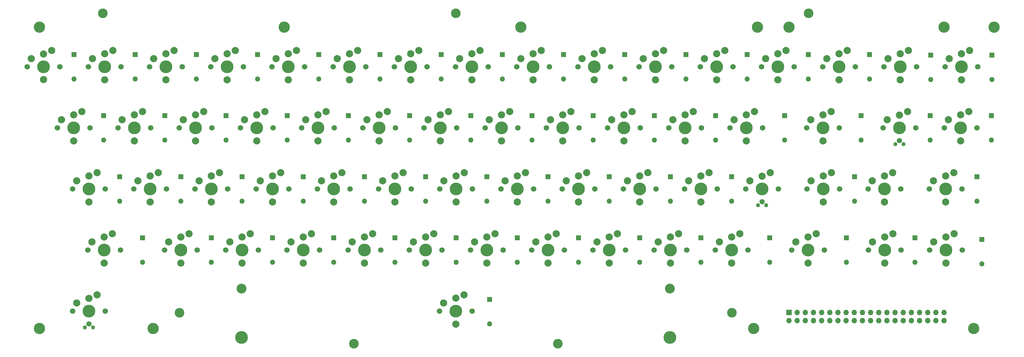
<source format=gbr>
G04 #@! TF.GenerationSoftware,KiCad,Pcbnew,(5.1.5-0-10_14)*
G04 #@! TF.CreationDate,2020-01-04T04:27:12-06:00*
G04 #@! TF.ProjectId,kbd-classic,6b62642d-636c-4617-9373-69632e6b6963,1.3*
G04 #@! TF.SameCoordinates,Original*
G04 #@! TF.FileFunction,Soldermask,Top*
G04 #@! TF.FilePolarity,Negative*
%FSLAX46Y46*%
G04 Gerber Fmt 4.6, Leading zero omitted, Abs format (unit mm)*
G04 Created by KiCad (PCBNEW (5.1.5-0-10_14)) date 2020-01-04 04:27:12*
%MOMM*%
%LPD*%
G04 APERTURE LIST*
%ADD10C,2.235200*%
%ADD11C,1.701800*%
%ADD12C,3.987800*%
%ADD13O,1.600000X1.600000*%
%ADD14R,1.600000X1.600000*%
%ADD15C,3.000000*%
%ADD16C,1.270000*%
%ADD17C,1.651000*%
%ADD18C,3.048000*%
%ADD19C,3.500000*%
%ADD20R,1.700000X1.700000*%
%ADD21O,1.700000X1.700000*%
G04 APERTURE END LIST*
D10*
X68572380Y-93799660D03*
X68572380Y-85798660D03*
X71112380Y-84719160D03*
D11*
X63492380Y-89799160D03*
X73652380Y-89799160D03*
D12*
X68572380Y-89799160D03*
D10*
X64762380Y-87259160D03*
D13*
X78097380Y-93609160D03*
D14*
X78097380Y-85989160D03*
D15*
X306798980Y-73136760D03*
X87088980Y-73136760D03*
X196943980Y-73136760D03*
X110964980Y-166481760D03*
X282922980Y-166481760D03*
D16*
X291025580Y-132979160D03*
X293565580Y-132979160D03*
D17*
X292295580Y-131899660D03*
D10*
X292295580Y-123898660D03*
X294835580Y-122819160D03*
D11*
X287215580Y-127899160D03*
X297375580Y-127899160D03*
D12*
X292295580Y-127899160D03*
D10*
X288485580Y-125359160D03*
D16*
X333799180Y-113929160D03*
X336339180Y-113929160D03*
D17*
X335069180Y-112849660D03*
D10*
X335069180Y-104848660D03*
X337609180Y-103769160D03*
D11*
X329989180Y-108849160D03*
X340149180Y-108849160D03*
D12*
X335069180Y-108849160D03*
D10*
X331259180Y-106309160D03*
D13*
X344634820Y-112659160D03*
D14*
X344634820Y-105039160D03*
D16*
X81475580Y-171079160D03*
X84015580Y-171079160D03*
D17*
X82745580Y-169999660D03*
D10*
X82745580Y-161998660D03*
X85285580Y-160919160D03*
D11*
X77665580Y-165999160D03*
X87825580Y-165999160D03*
D12*
X82745580Y-165999160D03*
D10*
X78935580Y-163459160D03*
D12*
X263618980Y-174254160D03*
D18*
X263618980Y-159014160D03*
D15*
X165193980Y-176159160D03*
X228693980Y-176159160D03*
D12*
X130268980Y-174254160D03*
D18*
X130268980Y-159014160D03*
D19*
X67310000Y-171450000D03*
X102679500Y-171450000D03*
X289687000Y-171450000D03*
X358140000Y-171450000D03*
X364490000Y-77470000D03*
X348970600Y-77470000D03*
X300710600Y-77470000D03*
X290830000Y-77470000D03*
X217170000Y-77470000D03*
X143510000Y-77470000D03*
X67310000Y-77470000D03*
D10*
X193133980Y-163459160D03*
D12*
X196943980Y-165999160D03*
D11*
X202023980Y-165999160D03*
X191863980Y-165999160D03*
D10*
X199483980Y-160919160D03*
X196943980Y-161935160D03*
X196943980Y-170063160D03*
X240860580Y-144409160D03*
D12*
X244670580Y-146949160D03*
D11*
X249750580Y-146949160D03*
X239590580Y-146949160D03*
D10*
X247210580Y-141869160D03*
X244670580Y-142885160D03*
X244670580Y-151013160D03*
X83812380Y-87259160D03*
D12*
X87622380Y-89799160D03*
D11*
X92702380Y-89799160D03*
X82542380Y-89799160D03*
D10*
X90162380Y-84719160D03*
X87622380Y-85735160D03*
X87622380Y-93863160D03*
X217162380Y-87259160D03*
D12*
X220972380Y-89799160D03*
D11*
X226052380Y-89799160D03*
X215892380Y-89799160D03*
D10*
X223512380Y-84719160D03*
X220972380Y-85735160D03*
X220972380Y-93863160D03*
X259910580Y-144409160D03*
D12*
X263720580Y-146949160D03*
D11*
X268800580Y-146949160D03*
X258640580Y-146949160D03*
D10*
X266260580Y-141869160D03*
X263720580Y-142885160D03*
X263720580Y-151013160D03*
X112107980Y-106309160D03*
D12*
X115917980Y-108849160D03*
D11*
X120997980Y-108849160D03*
X110837980Y-108849160D03*
D10*
X118457980Y-103769160D03*
X115917980Y-104785160D03*
X115917980Y-112913160D03*
X102862380Y-87259160D03*
D12*
X106672380Y-89799160D03*
D11*
X111752380Y-89799160D03*
X101592380Y-89799160D03*
D10*
X109212380Y-84719160D03*
X106672380Y-85735160D03*
X106672380Y-93863160D03*
X236212380Y-87259160D03*
D12*
X240022380Y-89799160D03*
D11*
X245102380Y-89799160D03*
X234942380Y-89799160D03*
D10*
X242562380Y-84719160D03*
X240022380Y-85735160D03*
X240022380Y-93863160D03*
X250385580Y-125359160D03*
D12*
X254195580Y-127899160D03*
D11*
X259275580Y-127899160D03*
X249115580Y-127899160D03*
D10*
X256735580Y-122819160D03*
X254195580Y-123835160D03*
X254195580Y-131963160D03*
X131157980Y-106309160D03*
D12*
X134967980Y-108849160D03*
D11*
X140047980Y-108849160D03*
X129887980Y-108849160D03*
D10*
X137507980Y-103769160D03*
X134967980Y-104785160D03*
X134967980Y-112913160D03*
X121912380Y-87259160D03*
D12*
X125722380Y-89799160D03*
D11*
X130802380Y-89799160D03*
X120642380Y-89799160D03*
D10*
X128262380Y-84719160D03*
X125722380Y-85735160D03*
X125722380Y-93863160D03*
X255262380Y-87259160D03*
D12*
X259072380Y-89799160D03*
D11*
X264152380Y-89799160D03*
X253992380Y-89799160D03*
D10*
X261612380Y-84719160D03*
X259072380Y-85735160D03*
X259072380Y-93863160D03*
X245457980Y-106309160D03*
D12*
X249267980Y-108849160D03*
D11*
X254347980Y-108849160D03*
X244187980Y-108849160D03*
D10*
X251807980Y-103769160D03*
X249267980Y-104785160D03*
X249267980Y-112913160D03*
X150207980Y-106309160D03*
D12*
X154017980Y-108849160D03*
D11*
X159097980Y-108849160D03*
X148937980Y-108849160D03*
D10*
X156557980Y-103769160D03*
X154017980Y-104785160D03*
X154017980Y-112913160D03*
X140962380Y-87259160D03*
D12*
X144772380Y-89799160D03*
D11*
X149852380Y-89799160D03*
X139692380Y-89799160D03*
D10*
X147312380Y-84719160D03*
X144772380Y-85735160D03*
X144772380Y-93863160D03*
X274312380Y-87259160D03*
D12*
X278122380Y-89799160D03*
D11*
X283202380Y-89799160D03*
X273042380Y-89799160D03*
D10*
X280662380Y-84719160D03*
X278122380Y-85735160D03*
X278122380Y-93863160D03*
X283557980Y-106309160D03*
D12*
X287367980Y-108849160D03*
D11*
X292447980Y-108849160D03*
X282287980Y-108849160D03*
D10*
X289907980Y-103769160D03*
X287367980Y-104785160D03*
X287367980Y-112913160D03*
X169257980Y-106309160D03*
D12*
X173067980Y-108849160D03*
D11*
X178147980Y-108849160D03*
X167987980Y-108849160D03*
D10*
X175607980Y-103769160D03*
X173067980Y-104785160D03*
X173067980Y-112913160D03*
X160012380Y-87259160D03*
D12*
X163822380Y-89799160D03*
D11*
X168902380Y-89799160D03*
X158742380Y-89799160D03*
D10*
X166362380Y-84719160D03*
X163822380Y-85735160D03*
X163822380Y-93863160D03*
X293362380Y-87259160D03*
D12*
X297172380Y-89799160D03*
D11*
X302252380Y-89799160D03*
X292092380Y-89799160D03*
D10*
X299712380Y-84719160D03*
X297172380Y-85735160D03*
X297172380Y-93863160D03*
X307408580Y-106309160D03*
D12*
X311218580Y-108849160D03*
D11*
X316298580Y-108849160D03*
X306138580Y-108849160D03*
D10*
X313758580Y-103769160D03*
X311218580Y-104785160D03*
X311218580Y-112913160D03*
X188307980Y-106309160D03*
D12*
X192117980Y-108849160D03*
D11*
X197197980Y-108849160D03*
X187037980Y-108849160D03*
D10*
X194657980Y-103769160D03*
X192117980Y-104785160D03*
X192117980Y-112913160D03*
X179062380Y-87259160D03*
D12*
X182872380Y-89799160D03*
D11*
X187952380Y-89799160D03*
X177792380Y-89799160D03*
D10*
X185412380Y-84719160D03*
X182872380Y-85735160D03*
X182872380Y-93863160D03*
X312412380Y-87259160D03*
D12*
X316222380Y-89799160D03*
D11*
X321302380Y-89799160D03*
X311142380Y-89799160D03*
D10*
X318762380Y-84719160D03*
X316222380Y-85735160D03*
X316222380Y-93863160D03*
X207357980Y-106309160D03*
D12*
X211167980Y-108849160D03*
D11*
X216247980Y-108849160D03*
X206087980Y-108849160D03*
D10*
X213707980Y-103769160D03*
X211167980Y-104785160D03*
X211167980Y-112913160D03*
X198112380Y-87259160D03*
D12*
X201922380Y-89799160D03*
D11*
X207002380Y-89799160D03*
X196842380Y-89799160D03*
D10*
X204462380Y-84719160D03*
X201922380Y-85735160D03*
X201922380Y-93863160D03*
X331462380Y-87259160D03*
D12*
X335272380Y-89799160D03*
D11*
X340352380Y-89799160D03*
X330192380Y-89799160D03*
D10*
X337812380Y-84719160D03*
X335272380Y-85735160D03*
X335272380Y-93863160D03*
X345635580Y-125359160D03*
D12*
X349445580Y-127899160D03*
D11*
X354525580Y-127899160D03*
X344365580Y-127899160D03*
D10*
X351985580Y-122819160D03*
X349445580Y-123835160D03*
X349445580Y-131963160D03*
X226407980Y-106309160D03*
D12*
X230217980Y-108849160D03*
D11*
X235297980Y-108849160D03*
X225137980Y-108849160D03*
D10*
X232757980Y-103769160D03*
X230217980Y-104785160D03*
X230217980Y-112913160D03*
X350512380Y-87259160D03*
D12*
X354322380Y-89799160D03*
D11*
X359402380Y-89799160D03*
X349242380Y-89799160D03*
D10*
X356862380Y-84719160D03*
X354322380Y-85735160D03*
X354322380Y-93863160D03*
X326661780Y-144409160D03*
D12*
X330471780Y-146949160D03*
D11*
X335551780Y-146949160D03*
X325391780Y-146949160D03*
D10*
X333011780Y-141869160D03*
X330471780Y-142885160D03*
X330471780Y-151013160D03*
X117035580Y-125359160D03*
D12*
X120845580Y-127899160D03*
D11*
X125925580Y-127899160D03*
X115765580Y-127899160D03*
D10*
X123385580Y-122819160D03*
X120845580Y-123835160D03*
X120845580Y-131963160D03*
X126560580Y-144409160D03*
D12*
X130370580Y-146949160D03*
D11*
X135450580Y-146949160D03*
X125290580Y-146949160D03*
D10*
X132910580Y-141869160D03*
X130370580Y-142885160D03*
X130370580Y-151013160D03*
X93057980Y-106309160D03*
D12*
X96867980Y-108849160D03*
D11*
X101947980Y-108849160D03*
X91787980Y-108849160D03*
D10*
X99407980Y-103769160D03*
X96867980Y-104785160D03*
X96867980Y-112913160D03*
X307535580Y-125359160D03*
D12*
X311345580Y-127899160D03*
D11*
X316425580Y-127899160D03*
X306265580Y-127899160D03*
D10*
X313885580Y-122819160D03*
X311345580Y-123835160D03*
X311345580Y-131963160D03*
X136085580Y-125359160D03*
D12*
X139895580Y-127899160D03*
D11*
X144975580Y-127899160D03*
X134815580Y-127899160D03*
D10*
X142435580Y-122819160D03*
X139895580Y-123835160D03*
X139895580Y-131963160D03*
X145610580Y-144409160D03*
D12*
X149420580Y-146949160D03*
D11*
X154500580Y-146949160D03*
X144340580Y-146949160D03*
D10*
X151960580Y-141869160D03*
X149420580Y-142885160D03*
X149420580Y-151013160D03*
X97985580Y-125359160D03*
D12*
X101795580Y-127899160D03*
D11*
X106875580Y-127899160D03*
X96715580Y-127899160D03*
D10*
X104335580Y-122819160D03*
X101795580Y-123835160D03*
X101795580Y-131963160D03*
X78935580Y-125359160D03*
D12*
X82745580Y-127899160D03*
D11*
X87825580Y-127899160D03*
X77665580Y-127899160D03*
D10*
X85285580Y-122819160D03*
X82745580Y-123835160D03*
X82745580Y-131963160D03*
X155135580Y-125359160D03*
D12*
X158945580Y-127899160D03*
D11*
X164025580Y-127899160D03*
X153865580Y-127899160D03*
D10*
X161485580Y-122819160D03*
X158945580Y-123835160D03*
X158945580Y-131963160D03*
X164660580Y-144409160D03*
D12*
X168470580Y-146949160D03*
D11*
X173550580Y-146949160D03*
X163390580Y-146949160D03*
D10*
X171010580Y-141869160D03*
X168470580Y-142885160D03*
X168470580Y-151013160D03*
X107510580Y-144409160D03*
D12*
X111320580Y-146949160D03*
D11*
X116400580Y-146949160D03*
X106240580Y-146949160D03*
D10*
X113860580Y-141869160D03*
X111320580Y-142885160D03*
X111320580Y-151013160D03*
X74185780Y-106309160D03*
D12*
X77995780Y-108849160D03*
D11*
X83075780Y-108849160D03*
X72915780Y-108849160D03*
D10*
X80535780Y-103769160D03*
X77995780Y-104785160D03*
X77995780Y-112913160D03*
X174185580Y-125359160D03*
D12*
X177995580Y-127899160D03*
D11*
X183075580Y-127899160D03*
X172915580Y-127899160D03*
D10*
X180535580Y-122819160D03*
X177995580Y-123835160D03*
X177995580Y-131963160D03*
X183710580Y-144409160D03*
D12*
X187520580Y-146949160D03*
D11*
X192600580Y-146949160D03*
X182440580Y-146949160D03*
D10*
X190060580Y-141869160D03*
X187520580Y-142885160D03*
X187520580Y-151013160D03*
X193235580Y-125359160D03*
D12*
X197045580Y-127899160D03*
D11*
X202125580Y-127899160D03*
X191965580Y-127899160D03*
D10*
X199585580Y-122819160D03*
X197045580Y-123835160D03*
X197045580Y-131963160D03*
X202760580Y-144409160D03*
D12*
X206570580Y-146949160D03*
D11*
X211650580Y-146949160D03*
X201490580Y-146949160D03*
D10*
X209110580Y-141869160D03*
X206570580Y-142885160D03*
X206570580Y-151013160D03*
X278960580Y-144409160D03*
D12*
X282770580Y-146949160D03*
D11*
X287850580Y-146949160D03*
X277690580Y-146949160D03*
D10*
X285310580Y-141869160D03*
X282770580Y-142885160D03*
X282770580Y-151013160D03*
X212285580Y-125359160D03*
D12*
X216095580Y-127899160D03*
D11*
X221175580Y-127899160D03*
X211015580Y-127899160D03*
D10*
X218635580Y-122819160D03*
X216095580Y-123835160D03*
X216095580Y-131963160D03*
X221810580Y-144409160D03*
D12*
X225620580Y-146949160D03*
D11*
X230700580Y-146949160D03*
X220540580Y-146949160D03*
D10*
X228160580Y-141869160D03*
X225620580Y-142885160D03*
X225620580Y-151013160D03*
X269435580Y-125359160D03*
D12*
X273245580Y-127899160D03*
D11*
X278325580Y-127899160D03*
X268165580Y-127899160D03*
D10*
X275785580Y-122819160D03*
X273245580Y-123835160D03*
X273245580Y-131963160D03*
X83659980Y-144409160D03*
D12*
X87469980Y-146949160D03*
D11*
X92549980Y-146949160D03*
X82389980Y-146949160D03*
D10*
X90009980Y-141869160D03*
X87469980Y-142885160D03*
X87469980Y-151013160D03*
X231335580Y-125359160D03*
D12*
X235145580Y-127899160D03*
D11*
X240225580Y-127899160D03*
X230065580Y-127899160D03*
D10*
X237685580Y-122819160D03*
X235145580Y-123835160D03*
X235145580Y-131963160D03*
X264507980Y-106309160D03*
D12*
X268317980Y-108849160D03*
D11*
X273397980Y-108849160D03*
X263237980Y-108849160D03*
D10*
X270857980Y-103769160D03*
X268317980Y-104785160D03*
X268317980Y-112913160D03*
X302811180Y-144409160D03*
D12*
X306621180Y-146949160D03*
D11*
X311701180Y-146949160D03*
X301541180Y-146949160D03*
D10*
X309161180Y-141869160D03*
X306621180Y-142885160D03*
X306621180Y-151013160D03*
X330395580Y-131963160D03*
X330395580Y-123835160D03*
X332935580Y-122819160D03*
D11*
X325315580Y-127899160D03*
X335475580Y-127899160D03*
D12*
X330395580Y-127899160D03*
D10*
X326585580Y-125359160D03*
X350309180Y-106309160D03*
D12*
X354119180Y-108849160D03*
D11*
X359199180Y-108849160D03*
X349039180Y-108849160D03*
D10*
X356659180Y-103769160D03*
X354119180Y-104785160D03*
X354119180Y-112913160D03*
X345711780Y-144409160D03*
D12*
X349521780Y-146949160D03*
D11*
X354601780Y-146949160D03*
X344441780Y-146949160D03*
D10*
X352061780Y-141869160D03*
X349521780Y-142885160D03*
X349521780Y-151013160D03*
D20*
X300710600Y-166420800D03*
D21*
X300710600Y-168960800D03*
X303250600Y-166420800D03*
X303250600Y-168960800D03*
X305790600Y-166420800D03*
X305790600Y-168960800D03*
X308330600Y-166420800D03*
X308330600Y-168960800D03*
X310870600Y-166420800D03*
X310870600Y-168960800D03*
X313410600Y-166420800D03*
X313410600Y-168960800D03*
X315950600Y-166420800D03*
X315950600Y-168960800D03*
X318490600Y-166420800D03*
X318490600Y-168960800D03*
X321030600Y-166420800D03*
X321030600Y-168960800D03*
X323570600Y-166420800D03*
X323570600Y-168960800D03*
X326110600Y-166420800D03*
X326110600Y-168960800D03*
X328650600Y-166420800D03*
X328650600Y-168960800D03*
X331190600Y-166420800D03*
X331190600Y-168960800D03*
X333730600Y-166420800D03*
X333730600Y-168960800D03*
X336270600Y-166420800D03*
X336270600Y-168960800D03*
X338810600Y-166420800D03*
X338810600Y-168960800D03*
X341350600Y-166420800D03*
X341350600Y-168960800D03*
X343890600Y-166420800D03*
X343890600Y-168960800D03*
X346430600Y-166420800D03*
X346430600Y-168960800D03*
X348970600Y-166420800D03*
X348970600Y-168960800D03*
D13*
X325747380Y-93609160D03*
D14*
X325747380Y-85989160D03*
D13*
X239742980Y-112659160D03*
D14*
X239742980Y-105039160D03*
D13*
X363684820Y-112659160D03*
D14*
X363684820Y-105039160D03*
D13*
X318546480Y-150759160D03*
D14*
X318546480Y-143139160D03*
D13*
X277842980Y-112659160D03*
D14*
X277842980Y-105039160D03*
D13*
X254195580Y-150759160D03*
D14*
X254195580Y-143139160D03*
D13*
X244670580Y-131709160D03*
D14*
X244670580Y-124089160D03*
D13*
X99395280Y-150759160D03*
D14*
X99395280Y-143139160D03*
D13*
X282770580Y-131709160D03*
D14*
X282770580Y-124089160D03*
D13*
X235145580Y-150759160D03*
D14*
X235145580Y-143139160D03*
D13*
X225620580Y-131709160D03*
D14*
X225620580Y-124089160D03*
D13*
X294695880Y-150759160D03*
D14*
X294695880Y-143139160D03*
D13*
X216095580Y-150759160D03*
D14*
X216095580Y-143139160D03*
D13*
X206570580Y-131709160D03*
D14*
X206570580Y-124089160D03*
D13*
X207408780Y-169961560D03*
D14*
X207408780Y-162341560D03*
D13*
X197045580Y-150759160D03*
D14*
X197045580Y-143139160D03*
D13*
X187520580Y-131709160D03*
D14*
X187520580Y-124089160D03*
D13*
X87342980Y-112659160D03*
D14*
X87342980Y-105039160D03*
D13*
X120845580Y-150759160D03*
D14*
X120845580Y-143139160D03*
D13*
X177995580Y-150759160D03*
D14*
X177995580Y-143139160D03*
D13*
X168470580Y-131709160D03*
D14*
X168470580Y-124089160D03*
D13*
X92270580Y-131709160D03*
D14*
X92270580Y-124089160D03*
D13*
X111320580Y-131709160D03*
D14*
X111320580Y-124089160D03*
D13*
X158945580Y-150759160D03*
D14*
X158945580Y-143139160D03*
D13*
X149420580Y-131709160D03*
D14*
X149420580Y-124089160D03*
D13*
X321081400Y-131709160D03*
D14*
X321081400Y-124089160D03*
D13*
X106392980Y-112659160D03*
D14*
X106392980Y-105039160D03*
D13*
X139895580Y-150759160D03*
D14*
X139895580Y-143139160D03*
D13*
X130370580Y-131709160D03*
D14*
X130370580Y-124089160D03*
D13*
X360730800Y-151244300D03*
D14*
X360730800Y-143624300D03*
D13*
X339858113Y-150759160D03*
D14*
X339858113Y-143139160D03*
D13*
X363847380Y-93776800D03*
D14*
X363847380Y-86156800D03*
D13*
X359181400Y-131709160D03*
D14*
X359181400Y-124089160D03*
D13*
X344797380Y-93776800D03*
D14*
X344797380Y-86156800D03*
D13*
X211447380Y-93609160D03*
D14*
X211447380Y-85989160D03*
D13*
X220692980Y-112659160D03*
D14*
X220692980Y-105039160D03*
D13*
X192397380Y-93609160D03*
D14*
X192397380Y-85989160D03*
D13*
X201642980Y-112659160D03*
D14*
X201642980Y-105039160D03*
D13*
X323143880Y-112659160D03*
D14*
X323143880Y-105039160D03*
D13*
X306697380Y-93609160D03*
D14*
X306697380Y-85989160D03*
D13*
X173347380Y-93609160D03*
D14*
X173347380Y-85989160D03*
D13*
X182592980Y-112659160D03*
D14*
X182592980Y-105039160D03*
D13*
X299293280Y-112659160D03*
D14*
X299293280Y-105039160D03*
D13*
X287647380Y-93609160D03*
D14*
X287647380Y-85989160D03*
D13*
X154297380Y-93609160D03*
D14*
X154297380Y-85989160D03*
D13*
X163542980Y-112659160D03*
D14*
X163542980Y-105039160D03*
D13*
X258792980Y-112659160D03*
D14*
X258792980Y-105039160D03*
D13*
X268597380Y-93609160D03*
D14*
X268597380Y-85989160D03*
D13*
X135247380Y-93609160D03*
D14*
X135247380Y-85989160D03*
D13*
X144492980Y-112659160D03*
D14*
X144492980Y-105039160D03*
D13*
X263720580Y-131709160D03*
D14*
X263720580Y-124089160D03*
D13*
X249547380Y-93609160D03*
D14*
X249547380Y-85989160D03*
D13*
X116197380Y-93609160D03*
D14*
X116197380Y-85989160D03*
D13*
X125442980Y-112659160D03*
D14*
X125442980Y-105039160D03*
D13*
X273245580Y-150759160D03*
D14*
X273245580Y-143139160D03*
D13*
X230497380Y-93609160D03*
D14*
X230497380Y-85989160D03*
D13*
X97147380Y-93609160D03*
D14*
X97147380Y-85989160D03*
M02*

</source>
